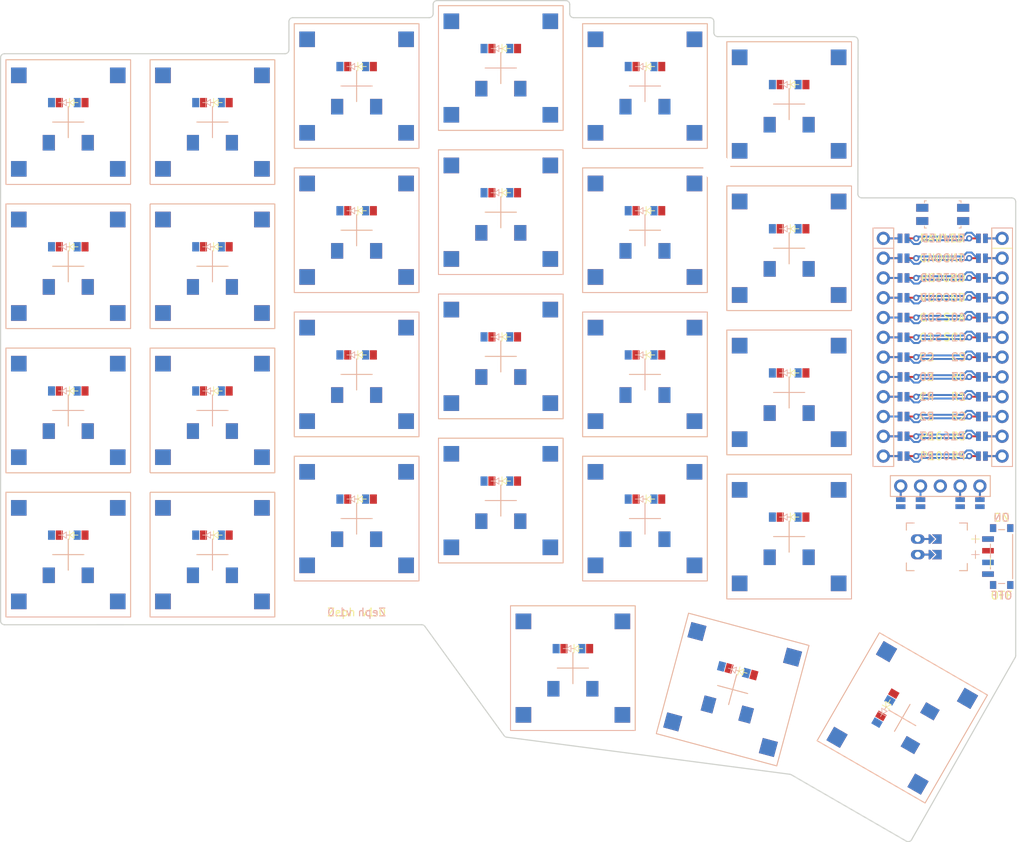
<source format=kicad_pcb>
(kicad_pcb (version 20240108) (generator "pcbnew") (generator_version "8.0")
  (title_block (title "zeph_wireless") (date "2025-03-02") (rev "0.2") (company "ceoloide"))
  (layers (0 "F.Cu" signal) (31 "B.Cu" signal) (34 "B.Paste" user) (35 "F.Paste" user) (36 "B.SilkS" user "B.Silkscreen") (37 "F.SilkS" user "F.Silkscreen") (38 "B.Mask" user) (39 "F.Mask" user) (44 "Edge.Cuts" user))
  (net 0 "")
  (net 1 "C0")
  (net 2 "outer_bottom_B")
  (net 3 "outer_home_B")
  (net 4 "outer_top_B")
  (net 5 "outer_numbers_B")
  (net 6 "C1")
  (net 7 "pinky_bottom_B")
  (net 8 "pinky_home_B")
  (net 9 "pinky_top_B")
  (net 10 "pinky_numbers_B")
  (net 11 "C2")
  (net 12 "ring_bottom_B")
  (net 13 "ring_home_B")
  (net 14 "ring_top_B")
  (net 15 "ring_numbers_B")
  (net 16 "C3")
  (net 17 "middle_bottom_B")
  (net 18 "middle_home_B")
  (net 19 "middle_top_B")
  (net 20 "middle_numbers_B")
  (net 21 "C4")
  (net 22 "index_bottom_B")
  (net 23 "index_home_B")
  (net 24 "index_top_B")
  (net 25 "index_numbers_B")
  (net 26 "C5")
  (net 27 "inner_bottom_B")
  (net 28 "inner_home_B")
  (net 29 "inner_top_B")
  (net 30 "inner_numbers_B")
  (net 31 "near_home_B")
  (net 32 "mid_home_B")
  (net 33 "far_home_B")
  (net 34 "R3")
  (net 35 "R2")
  (net 36 "R1")
  (net 37 "R0")
  (net 38 "R4")
  (net 39 "outer_bottom_F")
  (net 40 "outer_home_F")
  (net 41 "outer_top_F")
  (net 42 "outer_numbers_F")
  (net 43 "pinky_bottom_F")
  (net 44 "pinky_home_F")
  (net 45 "pinky_top_F")
  (net 46 "pinky_numbers_F")
  (net 47 "ring_bottom_F")
  (net 48 "ring_home_F")
  (net 49 "ring_top_F")
  (net 50 "ring_numbers_F")
  (net 51 "middle_bottom_F")
  (net 52 "middle_home_F")
  (net 53 "middle_top_F")
  (net 54 "middle_numbers_F")
  (net 55 "index_bottom_F")
  (net 56 "index_home_F")
  (net 57 "index_top_F")
  (net 58 "index_numbers_F")
  (net 59 "inner_bottom_F")
  (net 60 "inner_home_F")
  (net 61 "inner_top_F")
  (net 62 "inner_numbers_F")
  (net 63 "near_home_F")
  (net 64 "mid_home_F")
  (net 65 "far_home_F")
  (net 66 "RAW")
  (net 67 "GND")
  (net 68 "RST")
  (net 69 "VCC")
  (net 70 "P16")
  (net 71 "P10")
  (net 72 "LED")
  (net 73 "DAT")
  (net 74 "SDA")
  (net 75 "SCL")
  (net 76 "CS")
  (net 77 "MCU1_24")
  (net 78 "MCU1_1")
  (net 79 "MCU1_23")
  (net 80 "MCU1_2")
  (net 81 "MCU1_22")
  (net 82 "MCU1_3")
  (net 83 "MCU1_21")
  (net 84 "MCU1_4")
  (net 85 "MCU1_20")
  (net 86 "MCU1_5")
  (net 87 "MCU1_19")
  (net 88 "MCU1_6")
  (net 89 "MCU1_18")
  (net 90 "MCU1_7")
  (net 91 "MCU1_17")
  (net 92 "MCU1_8")
  (net 93 "MCU1_16")
  (net 94 "MCU1_9")
  (net 95 "MCU1_15")
  (net 96 "MCU1_10")
  (net 97 "MCU1_14")
  (net 98 "MCU1_11")
  (net 99 "MCU1_13")
  (net 100 "MCU1_12")
  (net 101 "DISP1_1")
  (net 102 "DISP1_2")
  (net 103 "DISP1_4")
  (net 104 "DISP1_5")
  (net 105 "BAT_P")
  (net 106 "JST1_1")
  (net 107 "JST1_2")
  (footprint "ceoloide:diode_tht_sod123" (layer "F.Cu") (at 193 95.1875)
    (property "Reference" "D48" (hide yes))
    (property "Value" "")
  )
  (footprint "CPG1316S01D02" (layer "F.Cu") (at 174 58.375)
    (property "Reference" "S46" (hide yes))
    (property "Value" "")
  )
  (footprint "ceoloide:diode_tht_sod123" (layer "F.Cu") (at 174.5 74.375)
    (property "Reference" "D45" (hide yes))
    (property "Value" "")
  )
  (footprint "CPG1316S01D02" (layer "F.Cu") (at 192.5 79.1875)
    (property "Reference" "S49" (hide yes))
    (property "Value" "")
  )
  (footprint "CPG1316S01D02" (layer "F.Cu") (at 137 95.375)
    (property "Reference" "S36" (hide yes))
    (property "Value" "")
  )
  (footprint "CPG1316S01D02" (layer "F.Cu") (at 174 39.875)
    (property "Reference" "S47" (hide yes))
    (property "Value" "")
  )
  (footprint "ceoloide:diode_tht_sod123" (layer "F.Cu") (at 174.5 92.875)
    (property "Reference" "D44" (hide yes))
    (property "Value" "")
  )
  (footprint "ceoloide:display_nice_view" (layer "F.Cu") (at 211.897 74.5)
    (property "Reference" "DISP1" (hide yes))
    (property "Value" "")
  )
  (footprint "ceoloide:diode_tht_sod123" (layer "F.Cu") (at 156 35.0625)
    (property "Reference" "D43" (hide yes))
    (property "Value" "")
  )
  (footprint "ceoloide:diode_tht_sod123" (layer "F.Cu") (at 100.5 42)
    (property "Reference" "D31" (hide yes))
    (property "Value" "")
  )
  (footprint "ceoloide:diode_tht_sod123" (layer "F.Cu") (at 193 58.1875)
    (property "Reference" "D50" (hide yes))
    (property "Value" "")
  )
  (footprint "ceoloide:diode_tht_sod123" (layer "F.Cu") (at 174.5 37.375)
    (property "Reference" "D47" (hide yes))
    (property "Value" "")
  )
  (footprint "ceoloide:mounting_hole_npth" (layer "F.Cu") (at 183.218 50.2985)
    (property "Reference" "MH5" (hide yes))
    (property "Value" "")
  )
  (footprint "ceoloide:mounting_hole_npth" (layer "F.Cu") (at 196.724595 115.006748 60)
    (property "Reference" "MH7" (hide yes))
    (property "Value" "")
  )
  (footprint "ceoloide:diode_tht_sod123" (layer "F.Cu") (at 137.5 55.875)
    (property "Reference" "D38" (hide yes))
    (property "Value" "")
  )
  (footprint "CPG1316S01D02" (layer "F.Cu") (at 137 76.875)
    (property "Reference" "S37" (hide yes))
    (property "Value" "")
  )
  (footprint "ceoloide:diode_tht_sod123" (layer "F.Cu") (at 137.5 92.875)
    (property "Reference" "D36" (hide yes))
    (property "Value" "")
  )
  (footprint "ceoloide:reset_switch_smd_side" (layer "F.Cu") (at 212.204 56.3475)
    (property "Reference" "RST1" (hide yes))
    (property "Value" "")
  )
  (footprint "ceoloide:diode_tht_sod123" (layer "F.Cu") (at 193 76.6875)
    (property "Reference" "D49" (hide yes))
    (property "Value" "")
  )
  (footprint "ceoloide:power_switch_smd_side" (layer "F.Cu") (at 219.75 100.25)
    (property "Reference" "PWR1" (hide yes))
    (property "Value" "")
  )
  (footprint "CPG1316S01D02" (layer "F.Cu") (at 174 95.375)
    (property "Reference" "S44" (hide yes))
    (property "Value" "")
  )
  (footprint "ceoloide:mcu_nice_nano" (layer "F.Cu") (at 212.204 72.12)
    (property "Reference" "MCU1" (hide yes))
    (property "Value" "")
  )
  (footprint "CPG1316S01D02" (layer "F.Cu") (at 164.75 114.5625)
    (property "Reference" "S52" (hide yes))
    (property "Value" "")
  )
  (footprint "ceoloide:diode_tht_sod123" (layer "F.Cu") (at 119 60.5)
    (property "Reference" "D34" (hide yes))
    (property "Value" "")
  )
  (footprint "ceoloide:diode_tht_sod123" (layer "F.Cu") (at 100.5 60.5)
    (property "Reference" "D30" (hide yes))
    (property "Value" "")
  )
  (footprint "ceoloide:diode_tht_sod123" (layer "F.Cu") (at 100.5 79)
    (property "Reference" "D29" (hide yes))
    (property "Value" "")
  )
  (footprint "ceoloide:battery_connector_jst_ph_2" (layer "F.Cu") (at 209 99 90)
    (property "Reference" "JST1" (hide yes))
    (property "Value" "")
  )
  (footprint "CPG1316S01D02" (layer "F.Cu") (at 100 81.5)
    (property "Reference" "S29" (hide yes))
    (property "Value" "")
  )
  (footprint "CPG1316S01D02" (layer "F.Cu") (at 192.5 42.1875)
    (property "Reference" "S51" (hide yes))
    (property "Value" "")
  )
  (footprint "ceoloide:diode_tht_sod123" (layer "F.Cu") (at 137.5 37.375)
    (property "Reference" "D39" (hide yes))
    (property "Value" "")
  )
  (footprint "ceoloide:diode_tht_sod123" (layer "F.Cu") (at 156 72.0625)
    (property "Reference" "D41" (hide yes))
    (property "Value" "")
  )
  (footprint "CPG1316S01D02" (layer "F.Cu") (at 174 76.875)
    (property "Reference" "S45" (hide yes))
    (property "Value" "")
  )
  (footprint "ceoloide:diode_tht_sod123" (layer "F.Cu") (at 100.5 97.5)
    (property "Reference" "D28" (hide yes))
    (property "Value" "")
  )
  (footprint "CPG1316S01D02" (layer "F.Cu") (at 155.5 37.5625)
    (property "Reference" "S43" (hide yes))
    (property "Value" "")
  )
  (footprint "ceoloide:diode_tht_sod123" (layer "F.Cu") (at 156 90.5625)
    (property "Reference" "D40" (hide yes))
    (property "Value" "")
  )
  (footprint "ceoloide:diode_tht_sod123" (layer "F.Cu") (at 119 97.5)
    (property "Reference" "D32" (hide yes))
    (property "Value" "")
  )
  (footprint "ceoloide:mounting_hole_npth" (layer "F.Cu") (at 109.25 90.75)
    (property "Reference" "MH4" (hide yes))
    (property "Value" "")
  )
  (footprint "CPG1316S01D02" (layer "F.Cu") (at 155.5 56.0625)
    (property "Reference" "S42" (hide yes))
    (property "Value" "")
  )
  (footprint "CPG1316S01D02" (layer "F.Cu") (at 207.013843 120.947248 60)
    (property "Reference" "S54" (hide yes))
    (property "Value" "")
  )
  (footprint "CPG1316S01D02" (layer "F.Cu") (at 185.25 117.3125 -15)
    (property "Reference" "S53" (hide yes))
    (property "Value" "")
  )
  (footprint "CPG1316S01D02" (layer "F.Cu") (at 100 44.5)
    (property "Reference" "S31" (hide yes))
    (property "Value" "")
  )
  (footprint "CPG1316S01D02" (layer "F.Cu") (at 100 63)
    (property "Reference" "S30" (hide yes))
    (property "Value" "")
  )
  (footprint "CPG1316S01D02" (layer "F.Cu") (at 192.5 60.6875)
    (property "Reference" "S50" (hide yes))
    (property "Value" "")
  )
  (footprint "CPG1316S01D02" (layer "F.Cu") (at 118.5 63)
    (property "Reference" "S34" (hide yes))
    (property "Value" "")
  )
  (footprint "ceoloide:mounting_hole_npth" (layer "F.Cu") (at 109.25 53.75)
    (property "Reference" "MH3" (hide yes))
    (property "Value" "")
  )
  (footprint "ceoloide:diode_tht_sod123" (layer "F.Cu") (at 205.098779 119.264235 60)
    (property "Reference" "D54" (hide yes))
    (property "Value" "")
  )
  (footprint "CPG1316S01D02" (layer "F.Cu") (at 155.5 74.5625)
    (property "Reference" "S41" (hide yes))
    (property "Value" "")
  )
  (footprint "CPG1316S01D02" (layer "F.Cu") (at 137 39.875)
    (property "Reference" "S39" (hide yes))
    (property "Value" "")
  )
  (footprint "ceoloide:diode_tht_sod123" (layer "F.Cu") (at 165.25 112.0625)
    (property "Reference" "D52" (hide yes))
    (property "Value" "")
  )
  (footprint "ceoloide:diode_tht_sod123" (layer "F.Cu") (at 156 53.5625)
    (property "Reference" "D42" (hide yes))
    (property "Value" "")
  )
  (footprint "ceoloide:mounting_hole_npth" (layer "F.Cu") (at 218.969 108.7575)
    (property "Reference" "MH2" (hide yes))
    (property "Value" "")
  )
  (footprint "CPG1316S01D02" (layer "F.Cu") (at 118.5 44.5)
    (property "Reference" "S35" (hide yes))
    (property "Value" "")
  )
  (footprint "ceoloide:diode_tht_sod123" (layer "F.Cu") (at 193 39.6875)
    (property "Reference" "D51" (hide yes))
    (property "Value" "")
  )
  (footprint "ceoloide:diode_tht_sod123" (layer "F.Cu") (at 119 79)
    (property "Reference" "D33" (hide yes))
    (property "Value" "")
  )
  (footprint "ceoloide:diode_tht_sod123" (layer "F.Cu") (at 186.380011 115.027095 -15)
    (property "Reference" "D53" (hide yes))
    (property "Value" "")
  )
  (footprint "CPG1316S01D02" (layer "F.Cu") (at 118.5 100)
    (property "Reference" "S32" (hide yes))
    (property "Value" "")
  )
  (footprint "CPG1316S01D02" (layer "F.Cu") (at 100 100)
    (property "Reference" "S28" (hide yes))
    (property "Value" "")
  )
  (footprint "CPG1316S01D02" (layer "F.Cu") (at 155.5 93.0625)
    (property "Reference" "S40" (hide yes))
    (property "Value" "")
  )
  (footprint "ceoloide:diode_tht_sod123" (layer "F.Cu") (at 119 42)
    (property "Reference" "D35" (hide yes))
    (property "Value" "")
  )
  (footprint "CPG1316S01D02" (layer "F.Cu") (at 137 58.375)
    (property "Reference" "S38" (hide yes))
    (property "Value" "")
  )
  (footprint "ceoloide:diode_tht_sod123" (layer "F.Cu") (at 174.5 55.875)
    (property "Reference" "D46" (hide yes))
    (property "Value" "")
  )
  (footprint "ceoloide:mounting_hole_npth" (layer "F.Cu") (at 151.157 107.615)
    (property "Reference" "MH6" (hide yes))
    (property "Value" "")
  )
  (footprint "ceoloide:mounting_hole_npth" (layer "F.Cu") (at 204.927 100.4635)
    (property "Reference" "MH1" (hide yes))
    (property "Value" "")
  )
  (footprint "ceoloide:diode_tht_sod123" (layer "F.Cu") (at 137.5 74.375)
    (property "Reference" "D37" (hide yes))
    (property "Value" "")
  )
  (footprint "CPG1316S01D02" (layer "F.Cu") (at 192.5 97.6875)
    (property "Reference" "S48" (hide yes))
    (property "Value" "")
  )
  (footprint "CPG1316S01D02" (layer "F.Cu") (at 118.5 81.5)
    (property "Reference" "S33" (hide yes))
    (property "Value" "")
  )
  (footprint "CPG1316S01D02" (layer "B.Cu") (at 155.5 56.0625)
    (property "Reference" "S15" (hide yes))
    (property "Value" "")
  )
  (footprint "CPG1316S01D02" (layer "B.Cu") (at 174 76.875)
    (property "Reference" "S18" (hide yes))
    (property "Value" "")
  )
  (footprint "CPG1316S01D02" (layer "B.Cu") (at 100 81.5)
    (property "Reference" "S2" (hide yes))
    (property "Value" "")
  )
  (footprint "CPG1316S01D02" (layer "B.Cu") (at 185.25 117.3125 -15)
    (property "Reference" "S26" (hide yes))
    (property "Value" "")
  )
  (footprint "ceoloide:diode_tht_sod123" (layer "B.Cu") (at 192 58.1875)
    (property "Reference" "D23" (hide yes))
    (property "Value" "")
  )
  (footprint "CPG1316S01D02" (layer "B.Cu") (at 155.5 93.0625)
    (property "Reference" "S13" (hide yes))
    (property "Value" "")
  )
  (footprint "CPG1316S01D02" (layer "B.Cu") (at 137 39.875)
    (property "Reference" "S12" (hide yes))
    (property "Value" "")
  )
  (footprint "CPG1316S01D02" (layer "B.Cu") (at 137 95.375)
    (property "Reference" "S9" (hide yes))
    (property "Value" "")
  )
  (footprint "ceoloide:diode_tht_sod123" (layer "B.Cu") (at 99.5 60.5)
    (property "Reference" "D3" (hide yes))
    (property "Value" "")
  )
  (footprint "ceoloide:diode_tht_sod123" (layer "B.Cu") (at 118 60.5)
    (property "Reference" "D7" (hide yes))
    (property "Value" "")
  )
  (footprint "CPG1316S01D02" (layer "B.Cu") (at 155.5 37.5625)
    (property "Reference" "S16" (hide yes))
    (property "Value" "")
  )
  (footprint "ceoloide:diode_tht_sod123" (layer "B.Cu") (at 155 53.5625)
    (property "Reference" "D15" (hide yes))
    (property "Value" "")
  )
  (footprint "CPG1316S01D02" (layer "B.Cu") (at 174 39.875)
    (property "Reference" "S20" (hide yes))
    (property "Value" "")
  )
  (footprint "CPG1316S01D02" (layer "B.Cu") (at 118.5 100)
    (property "Reference" "S5" (hide yes))
    (property "Value" "")
  )
  (footprint "ceoloide:diode_tht_sod123" (layer "B.Cu") (at 192 39.6875)
    (property "Reference" "D24" (hide yes))
    (property "Value" "")
  )
  (footprint "ceoloide:diode_tht_sod123" (layer "B.Cu") (at 173.5 74.375)
    (property "Reference" "D18" (hide yes))
    (property "Value" "")
  )
  (footprint "ceoloide:diode_tht_sod123" (layer "B.Cu") (at 204.598779 120.130261 60)
    (property "Reference" "D27" (hide yes))
    (property "Value" "")
  )
  (footprint "CPG1316S01D02" (layer "B.Cu") (at 100 44.5)
    (property "Reference" "S4" (hide yes))
    (property "Value" "")
  )
  (footprint "ceoloide:diode_tht_sod123" (layer "B.Cu") (at 155 72.0625)
    (property "Reference" "D14" (hide yes))
    (property "Value" "")
  )
  (footprint "ceoloide:diode_tht_sod123" (layer "B.Cu") (at 155 35.0625)
    (property "Reference" "D16" (hide yes))
    (property "Value" "")
  )
  (footprint "CPG1316S01D02" (layer "B.Cu") (at 118.5 44.5)
    (property "Reference" "S8" (hide yes))
    (property "Value" "")
  )
  (footprint "ceoloide:diode_tht_sod123" (layer "B.Cu") (at 99.5 79)
    (property "Reference" "D2" (hide yes))
    (property "Value" "")
  )
  (footprint "CPG1316S01D02" (layer "B.Cu") (at 192.5 79.1875)
    (property "Reference" "S22" (hide yes))
    (property "Value" "")
  )
  (footprint "CPG1316S01D02" (layer "B.Cu") (at 174 58.375)
    (property "Reference" "S19" (hide yes))
    (property "Value" "")
  )
  (footprint "CPG1316S01D02" (layer "B.Cu") (at 155.5 74.5625)
    (property "Reference" "S14" (hide yes))
    (property "Value" "")
  )
  (footprint "CPG1316S01D02" (layer "B.Cu") (at 192.5 42.1875)
    (property "Reference" "S24" (hide yes))
    (property "Value" "")
  )
  (footprint "CPG1316S01D02" (layer "B.Cu") (at 164.75 114.5625)
    (property "Reference" "S25" (hide yes))
    (property "Value" "")
  )
  (footprint "ceoloide:diode_tht_sod123" (layer "B.Cu") (at 99.5 42)
    (property "Reference" "D4" (hide yes))
    (property "Value" "")
  )
  (footprint "ceoloide:diode_tht_sod123" (layer "B.Cu") (at 173.5 37.375)
    (property "Reference" "D20" (hide yes))
    (property "Value" "")
  )
  (footprint "CPG1316S01D02" (layer "B.Cu") (at 137 76.875)
    (property "Reference" "S10" (hide yes))
    (property "Value" "")
  )
  (footprint "ceoloide:diode_tht_sod123" (layer "B.Cu") (at 99.5 97.5)
    (property "Reference" "D1" (hide yes))
    (property "Value" "")
  )
  (footprint "CPG1316S01D02" (layer "B.Cu") (at 192.5 97.6875)
    (property "Reference" "S21" (hide yes))
    (property "Value" "")
  )
  (footprint "CPG1316S01D02" (layer "B.Cu") (at 174 95.375)
    (property "Reference" "S17" (hide yes))
    (property "Value" "")
  )
  (footprint "CPG1316S01D02" (layer "B.Cu") (at 100 100)
    (property "Reference" "S1" (hide yes))
    (property "Value" "")
  )
  (footprint "ceoloide:diode_tht_sod123" (layer "B.Cu") (at 185.414085 114.768276 -15)
    (property "Reference" "D26" (hide yes))
    (property "Value" "")
  )
  (footprint "ceoloide:diode_tht_sod123" (layer "B.Cu") (at 136.5 37.375)
    (property "Reference" "D12" (hide yes))
    (property "Value" "")
  )
  (footprint "ceoloide:diode_tht_sod123" (layer "B.Cu") (at 136.5 55.875)
    (property "Reference" "D11" (hide yes))
    (property "Value" "")
  )
  (footprint "ceoloide:diode_tht_sod123" (layer "B.Cu") (at 136.5 74.375)
    (property "Reference" "D10" (hide yes))
    (property "Value" "")
  )
  (footprint "ceoloide:diode_tht_sod123" (layer "B.Cu") (at 155 90.5625)
    (property "Reference" "D13" (hide yes))
    (property "Value" "")
  )
  (footprint "ceoloide:diode_tht_sod123" (layer "B.Cu") (at 118 97.5)
    (property "Reference" "D5" (hide yes))
    (property "Value" "")
  )
  (footprint "ceoloide:diode_tht_sod123" (layer "B.Cu") (at 164.25 112.0625)
    (property "Reference" "D25" (hide yes))
    (property "Value" "")
  )
  (footprint "ceoloide:diode_tht_sod123" (layer "B.Cu") (at 173.5 55.875)
    (property "Reference" "D19" (hide yes))
    (property "Value" "")
  )
  (footprint "ceoloide:diode_tht_sod123" (layer "B.Cu") (at 192 76.6875)
    (property "Reference" "D22" (hide yes))
    (property "Value" "")
  )
  (footprint "ceoloide:diode_tht_sod123" (layer "B.Cu") (at 192 95.1875)
    (property "Reference" "D21" (hide yes))
    (property "Value" "")
  )
  (footprint "CPG1316S01D02" (layer "B.Cu") (at 137 58.375)
    (property "Reference" "S11" (hide yes))
    (property "Value" "")
  )
  (footprint "ceoloide:diode_tht_sod123" (layer "B.Cu") (at 136.5 92.875)
    (property "Reference" "D9" (hide yes))
    (property "Value" "")
  )
  (footprint "CPG1316S01D02" (layer "B.Cu") (at 207.013843 120.947248 60)
    (property "Reference" "S27" (hide yes))
    (property "Value" "")
  )
  (footprint "ceoloide:diode_tht_sod123" (layer "B.Cu") (at 118 42)
    (property "Reference" "D8" (hide yes))
    (property "Value" "")
  )
  (footprint "ceoloide:diode_tht_sod123" (layer "B.Cu") (at 173.5 92.875)
    (property "Reference" "D17" (hide yes))
    (property "Value" "")
  )
  (footprint "CPG1316S01D02" (layer "B.Cu") (at 100 63)
    (property "Reference" "S3" (hide yes))
    (property "Value" "")
  )
  (footprint "CPG1316S01D02" (layer "B.Cu") (at 192.5 60.6875)
    (property "Reference" "S23" (hide yes))
    (property "Value" "")
  )
  (footprint "CPG1316S01D02" (layer "B.Cu") (at 118.5 63)
    (property "Reference" "S7" (hide yes))
    (property "Value" "")
  )
  (footprint "CPG1316S01D02" (layer "B.Cu") (at 118.5 81.5)
    (property "Reference" "S6" (hide yes))
    (property "Value" "")
  )
  (footprint "ceoloide:diode_tht_sod123" (layer "B.Cu") (at 118 79)
    (property "Reference" "D6" (hide yes))
    (property "Value" "")
  )
  (gr_arc (start 156.258589 123.427964) (mid 156.067728 123.361823) (end 155.918609 123.225565) (stroke (width 0.15)) (layer "Edge.Cuts"))
  (gr_line (start 147.315 28.9095) (end 163.843 28.9095) (stroke (width 0.15)) (layer "Edge.Cuts"))
  (gr_line (start 146.815 30.6025) (end 146.815 29.4095) (stroke (width 0.15)) (layer "Edge.Cuts"))
  (gr_arc (start 146.815 30.6025) (mid 146.668553 30.956053) (end 146.315 31.1025) (stroke (width 0.15)) (layer "Edge.Cuts"))
  (gr_arc (start 182.343 31.1025) (mid 182.696553 31.248947) (end 182.843 31.6025) (stroke (width 0.15)) (layer "Edge.Cuts"))
  (gr_arc (start 192.592389 128.184877) (mid 192.688034 128.207118) (end 192.777482 128.247634) (stroke (width 0.15)) (layer "Edge.Cuts"))
  (gr_arc (start 164.843 31.1025) (mid 164.489447 30.956053) (end 164.343 30.6025) (stroke (width 0.15)) (layer "Edge.Cuts"))
  (gr_line (start 207.528025 136.763864) (end 192.777482 128.247634) (stroke (width 0.15)) (layer "Edge.Cuts"))
  (gr_line (start 201.818604 54.2275) (end 221.068 54.2275) (stroke (width 0.15)) (layer "Edge.Cuts"))
  (gr_arc (start 163.843 28.9095) (mid 164.196553 29.055947) (end 164.343 29.4095) (stroke (width 0.15)) (layer "Edge.Cuts"))
  (gr_arc (start 183.342959 33.533041) (mid 182.989418 33.386582) (end 182.843 33.033041) (stroke (width 0.15)) (layer "Edge.Cuts"))
  (gr_arc (start 201.818604 54.2275) (mid 201.464835 54.080841) (end 201.318605 53.726896) (stroke (width 0.15)) (layer "Edge.Cuts"))
  (gr_arc (start 128.315 31.6025) (mid 128.461447 31.248947) (end 128.815 31.1025) (stroke (width 0.15)) (layer "Edge.Cuts"))
  (gr_arc (start 200.842436 33.534459) (mid 201.196194 33.68113) (end 201.342395 34.035064) (stroke (width 0.15)) (layer "Edge.Cuts"))
  (gr_arc (start 146.815 29.4095) (mid 146.961447 29.055947) (end 147.315 28.9095) (stroke (width 0.15)) (layer "Edge.Cuts"))
  (gr_line (start 128.815 31.1025) (end 146.315 31.1025) (stroke (width 0.15)) (layer "Edge.Cuts"))
  (gr_arc (start 145.352317 108.995012) (mid 145.579599 109.049665) (end 145.757227 109.201641) (stroke (width 0.15)) (layer "Edge.Cuts"))
  (gr_arc (start 221.068 54.2275) (mid 221.421553 54.373947) (end 221.568 54.7275) (stroke (width 0.15)) (layer "Edge.Cuts"))
  (gr_line (start 201.342395 34.035063) (end 201.318605 53.726896) (stroke (width 0.15)) (layer "Edge.Cuts"))
  (gr_line (start 221.253 113.634096) (end 208.212721 136.577913) (stroke (width 0.15)) (layer "Edge.Cuts"))
  (gr_arc (start 91.817009 108.997477) (mid 91.463463 108.851037) (end 91.316986 108.497491) (stroke (width 0.15)) (layer "Edge.Cuts"))
  (gr_line (start 183.342959 33.533041) (end 200.842436 33.534459) (stroke (width 0.15)) (layer "Edge.Cuts"))
  (gr_arc (start 221.568 112.954525) (mid 221.550957 113.083932) (end 221.501013 113.204525) (stroke (width 0.15)) (layer "Edge.Cuts"))
  (gr_line (start 192.592389 128.184877) (end 156.258589 123.427964) (stroke (width 0.15)) (layer "Edge.Cuts"))
  (gr_line (start 164.843 31.1025) (end 182.343 31.1025) (stroke (width 0.15)) (layer "Edge.Cuts"))
  (gr_arc (start 91.315014 36.2275) (mid 91.461457 35.873957) (end 91.815 35.727486) (stroke (width 0.15)) (layer "Edge.Cuts"))
  (gr_line (start 155.918609 123.225565) (end 145.757227 109.201641) (stroke (width 0.15)) (layer "Edge.Cuts"))
  (gr_arc (start 128.315 35.226514) (mid 128.168553 35.580054) (end 127.815013 35.726514) (stroke (width 0.15)) (layer "Edge.Cuts"))
  (gr_line (start 182.843 31.6025) (end 182.843 33.033041) (stroke (width 0.15)) (layer "Edge.Cuts"))
  (gr_line (start 164.343 29.4095) (end 164.343 30.6025) (stroke (width 0.15)) (layer "Edge.Cuts"))
  (gr_line (start 128.315 35.226514) (end 128.315 31.6025) (stroke (width 0.15)) (layer "Edge.Cuts"))
  (gr_line (start 145.352317 108.995012) (end 91.817009 108.997477) (stroke (width 0.15)) (layer "Edge.Cuts"))
  (gr_arc (start 208.212721 136.577914) (mid 207.909064 136.813366) (end 207.528025 136.763864) (stroke (width 0.15)) (layer "Edge.Cuts"))
  (gr_line (start 91.316986 108.497491) (end 91.315014 36.2275) (stroke (width 0.15)) (layer "Edge.Cuts"))
  (gr_line (start 221.568 54.7275) (end 221.568 112.954525) (stroke (width 0.15)) (layer "Edge.Cuts"))
  (gr_line (start 91.815 35.727486) (end 127.815014 35.726514) (stroke (width 0.15)) (layer "Edge.Cuts"))
  (gr_line (start 221.501013 113.204525) (end 221.253 113.634096) (stroke (width 0.15)) (layer "Edge.Cuts"))
  (gr_text "Zeph v1.0" (at 137 107.4 0) (layer "B.SilkS") (effects (font (size 1 1)) (justify mirror)))
  (gr_text "Zeph v1.0" (at 137 107.4 0) (layer "F.SilkS") (effects (font (size 1 1))))
  (segment (start 207.624 69.58) (end 208.804 69.58) (width 0.25) (layer "F.Cu") (net 1))
  (segment (start 215.904305 68.855) (end 215.303695 68.855) (width 0.25) (layer "B.Cu") (net 1))
  (segment (start 216.629305 69.58) (end 215.904305 68.855) (width 0.25) (layer "B.Cu") (net 1))
  (segment (start 214.798695 69.36) (end 209.024 69.36) (width 0.25) (layer "B.Cu") (net 1))
  (segment (start 216.979 69.58) (end 216.629305 69.58) (width 0.25) (layer "B.Cu") (net 1))
  (segment (start 215.303695 68.855) (end 214.798695 69.36) (width 0.25) (layer "B.Cu") (net 1))
  (segment (start 207.624 72.12) (end 208.804 72.12) (width 0.25) (layer "F.Cu") (net 6))
  (segment (start 214.798695 71.9) (end 209.024 71.9) (width 0.25) (layer "B.Cu") (net 6))
  (segment (start 215.904305 71.395) (end 215.303695 71.395) (width 0.25) (layer "B.Cu") (net 6))
  (segment (start 216.629305 72.12) (end 215.904305 71.395) (width 0.25) (layer "B.Cu") (net 6))
  (segment (start 216.979 72.12) (end 216.629305 72.12) (width 0.25) (layer "B.Cu") (net 6))
  (segment (start 215.303695 71.395) (end 214.798695 71.9) (width 0.25) (layer "B.Cu") (net 6))
  (segment (start 207.624 74.66) (end 208.804 74.66) (width 0.25) (layer "F.Cu") (net 11))
  (segment (start 216.629305 74.66) (end 215.904305 73.935) (width 0.25) (layer "B.Cu") (net 11))
  (segment (start 215.904305 73.935) (end 215.303695 73.935) (width 0.25) (layer "B.Cu") (net 11))
  (segment (start 215.303695 73.935) (end 214.798695 74.44) (width 0.25) (layer "B.Cu") (net 11))
  (segment (start 214.798695 74.44) (end 209.024 74.44) (width 0.25) (layer "B.Cu") (net 11))
  (segment (start 216.979 74.66) (end 216.629305 74.66) (width 0.25) (layer "B.Cu") (net 11))
  (segment (start 207.624 77.2) (end 208.804 77.2) (width 0.25) (layer "F.Cu") (net 16))
  (segment (start 214.798695 76.98) (end 209.024 76.98) (width 0.25) (layer "B.Cu") (net 16))
  (segment (start 216.629305 77.2) (end 215.904305 76.475) (width 0.25) (layer "B.Cu") (net 16))
  (segment (start 216.979 77.2) (end 216.629305 77.2) (width 0.25) (layer "B.Cu") (net 16))
  (segment (start 215.303695 76.475) (end 214.798695 76.98) (width 0.25) (layer "B.Cu") (net 16))
  (segment (start 215.904305 76.475) (end 215.303695 76.475) (width 0.25) (layer "B.Cu") (net 16))
  (segment (start 207.624 79.74) (end 208.804 79.74) (width 0.25) (layer "F.Cu") (net 21))
  (segment (start 215.303695 79.015) (end 214.798695 79.52) (width 0.25) (layer "B.Cu") (net 21))
  (segment (start 216.629305 79.74) (end 215.904305 79.015) (width 0.25) (layer "B.Cu") (net 21))
  (segment (start 214.798695 79.52) (end 209.024 79.52) (width 0.25) (layer "B.Cu") (net 21))
  (segment (start 216.979 79.74) (end 216.629305 79.74) (width 0.25) (layer "B.Cu") (net 21))
  (segment (start 215.904305 79.015) (end 215.303695 79.015) (width 0.25) (layer "B.Cu") (net 21))
  (segment (start 207.624 82.28) (end 208.804 82.28) (width 0.25) (layer "F.Cu") (net 26))
  (segment (start 216.979 82.28) (end 216.629305 82.28) (width 0.25) (layer "B.Cu") (net 26))
  (segment (start 215.303695 81.555) (end 214.798695 82.06) (width 0.25) (layer "B.Cu") (net 26))
  (segment (start 215.904305 81.555) (end 215.303695 81.555) (width 0.25) (layer "B.Cu") (net 26))
  (segment (start 214.798695 82.06) (end 209.024 82.06) (width 0.25) (layer "B.Cu") (net 26))
  (segment (start 216.629305 82.28) (end 215.904305 81.555) (width 0.25) (layer "B.Cu") (net 26))
  (segment (start 216.784 84.82) (end 215.604 84.82) (width 0.25) (layer "F.Cu") (net 34))
  (segment (start 207.429 84.82) (end 207.778695 84.82) (width 0.25) (layer "B.Cu") (net 34))
  (segment (start 208.503695 85.545) (end 209.104305 85.545) (width 0.25) (layer "B.Cu") (net 34))
  (segment (start 209.104305 85.545) (end 209.599305 85.05) (width 0.25) (layer "B.Cu") (net 34))
  (segment (start 209.599305 85.05) (end 215.374 85.05) (width 0.25) (layer "B.Cu") (net 34))
  (segment (start 207.778695 84.82) (end 208.503695 85.545) (width 0.25) (layer "B.Cu") (net 34))
  (segment (start 216.784 82.28) (end 215.604 82.28) (width 0.25) (layer "F.Cu") (net 35))
  (segment (start 208.503695 83.005) (end 209.104305 83.005) (width 0.25) (layer "B.Cu") (net 35))
  (segment (start 209.104305 83.005) (end 209.599305 82.51) (width 0.25) (layer "B.Cu") (net 35))
  (segment (start 207.429 82.28) (end 207.778695 82.28) (width 0.25) (layer "B.Cu") (net 35))
  (segment (start 207.778695 82.28) (end 208.503695 83.005) (width 0.25) (layer "B.Cu") (net 35))
  (segment (start 209.599305 82.51) (end 215.374 82.51) (width 0.25) (layer "B.Cu") (net 35))
  (segment (start 216.784 79.74) (end 215.604 79.74) (width 0.25) (layer "F.Cu") (net 36))
  (segment (start 208.503695 80.465) (end 209.104305 80.465) (width 0.25) (layer "B.Cu") (net 36))
  (segment (start 207.778695 79.74) (end 208.503695 80.465) (width 0.25) (layer "B.Cu") (net 36))
  (segment (start 209.599305 79.97) (end 215.374 79.97) (width 0.25) (layer "B.Cu") (net 36))
  (segment (start 207.429 79.74) (end 207.778695 79.74) (width 0.25) (layer "B.Cu") (net 36))
  (segment (start 209.104305 80.465) (end 209.599305 79.97) (width 0.25) (layer "B.Cu") (net 36))
  (segment (start 216.784 77.2) (end 215.604 77.2) (width 0.25) (layer "F.Cu") (net 37))
  (segment (start 209.104305 77.925) (end 209.599305 77.43) (width 0.25) (layer "B.Cu") (net 37))
  (segment (start 207.778695 77.2) (end 208.503695 77.925) (width 0.25) (layer "B.Cu") (net 37))
  (segment (start 209.599305 77.43) (end 215.374 77.43) (width 0.25) (layer "B.Cu") (net 37))
  (segment (start 207.429 77.2) (end 207.778695 77.2) (width 0.25) (layer "B.Cu") (net 37))
  (segment (start 208.503695 77.925) (end 209.104305 77.925) (width 0.25) (layer "B.Cu") (net 37))
  (segment (start 216.784 87.36) (end 215.604 87.36) (width 0.25) (layer "F.Cu") (net 38))
  (segment (start 209.599305 87.59) (end 215.374 87.59) (width 0.25) (layer "B.Cu") (net 38))
  (segment (start 208.503695 88.085) (end 209.104305 88.085) (width 0.25) (layer "B.Cu") (net 38))
  (segment (start 207.778695 87.36) (end 208.503695 88.085) (width 0.25) (layer "B.Cu") (net 38))
  (segment (start 207.429 87.36) (end 207.778695 87.36) (width 0.25) (layer "B.Cu") (net 38))
  (segment (start 209.104305 88.085) (end 209.599305 87.59) (width 0.25) (layer "B.Cu") (net 38))
  (segment (start 207.624 59.42) (end 208.804 59.42) (width 0.25) (layer "F.Cu") (net 66))
  (segment (start 216.979 59.42) (end 216.629305 59.42) (width 0.25) (layer "B.Cu") (net 66))
  (segment (start 216.629305 59.42) (end 215.904305 58.695) (width 0.25) (layer "B.Cu") (net 66))
  (segment (start 215.303695 58.695) (end 214.798695 59.2) (width 0.25) (layer "B.Cu") (net 66))
  (segment (start 214.798695 59.2) (end 209.024 59.2) (width 0.25) (layer "B.Cu") (net 66))
  (segment (start 215.904305 58.695) (end 215.303695 58.695) (width 0.25) (layer "B.Cu") (net 66))
  (segment (start 216.784 67.04) (end 215.604 67.04) (width 0.25) (layer "F.Cu") (net 67))
  (segment (start 216.784 64.5) (end 215.604 64.5) (width 0.25) (layer "F.Cu") (net 67))
  (segment (start 207.624 61.96) (end 208.804 61.96) (width 0.25) (layer "F.Cu") (net 67))
  (segment (start 209.104305 65.225) (end 209.599305 64.73) (width 0.25) (layer "B.Cu") (net 67))
  (segment (start 207.429 67.04) (end 207.778695 67.04) (width 0.25) (layer "B.Cu") (net 67))
  (segment (start 207.778695 67.04) (end 208.503695 67.765) (width 0.25) (layer "B.Cu") (net 67))
  (segment (start 208.503695 67.765) (end 209.104305 67.765) (width 0.25) (layer "B.Cu") (net 67))
  (segment (start 207.778695 64.5) (end 208.503695 65.225) (width 0.25) (layer "B.Cu") (net 67))
  (segment (start 208.503695 65.225) (end 209.104305 65.225) (width 0.25) (layer "B.Cu") (net 67))
  (segment (start 215.303695 61.235) (end 214.798695 61.74) (width 0.25) (layer "B.Cu") (net 67))
  (segment (start 209.104305 67.765) (end 209.599305 67.27) (width 0.25) (layer "B.Cu") (net 67))
  (segment (start 209.599305 64.73) (end 215.374 64.73) (width 0.25) (layer "B.Cu") (net 67))
  (segment (start 207.429 64.5) (end 207.778695 64.5) (width 0.25) (layer "B.Cu") (net 67))
  (segment (start 216.979 61.96) (end 216.629305 61.96) (width 0.25) (layer "B.Cu") (net 67))
  (segment (start 209.599305 67.27) (end 215.374 67.27) (width 0.25) (layer "B.Cu") (net 67))
  (segment (start 215.904305 61.235) (end 215.303695 61.235) (width 0.25) (layer "B.Cu") (net 67))
  (segment (start 214.798695 61.74) (end 209.024 61.74) (width 0.25) (layer "B.Cu") (net 67))
  (segment (start 216.629305 61.96) (end 215.904305 61.235) (width 0.25) (layer "B.Cu") (net 67))
  (segment (start 207.624 64.5) (end 208.804 64.5) (width 0.25) (layer "F.Cu") (net 68))
  (segment (start 215.904305 63.775) (end 215.303695 63.775) (width 0.25) (layer "B.Cu") (net 68))
  (segment (start 216.629305 64.5) (end 215.904305 63.775) (width 0.25) (layer "B.Cu") (net 68))
  (segment (start 214.798695 64.28) (end 209.024 64.28) (width 0.25) (layer "B.Cu") (net 68))
  (segment (start 215.303695 63.775) (end 214.798695 64.28) (width 0.25) (layer "B.Cu") (net 68))
  (segment (start 216.979 64.5) (end 216.629305 64.5) (width 0.25) (layer "B.Cu") (net 68))
  (segment (start 207.624 67.04) (end 208.804 67.04) (width 0.25) (layer "F.Cu") (net 69))
  (segment (start 214.798695 66.82) (end 209.024 66.82) (width 0.25) (layer "B.Cu") (net 69))
  (segment (start 215.904305 66.315) (end 215.303695 66.315) (width 0.25) (layer "B.Cu") (net 69))
  (segment (start 216.629305 67.04) (end 215.904305 66.315) (width 0.25) (layer "B.Cu") (net 69))
  (segment (start 216.979 67.04) (end 216.629305 67.04) (width 0.25) (layer "B.Cu") (net 69))
  (segment (start 215.303695 66.315) (end 214.798695 66.82) (width 0.25) (layer "B.Cu") (net 69))
  (segment (start 207.624 84.82) (end 208.804 84.82) (width 0.25) (layer "F.Cu") (net 70))
  (segment (start 216.979 84.82) (end 216.629305 84.82) (width 0.25) (layer "B.Cu") (net 70))
  (segment (start 216.629305 84.82) (end 215.904305 84.095) (width 0.25) (layer "B.Cu") (net 70))
  (segment (start 214.798695 84.6) (end 209.024 84.6) (width 0.25) (layer "B.Cu") (net 70))
  (segment (start 215.303695 84.095) (end 214.798695 84.6) (width 0.25) (layer "B.Cu") (net 70))
  (segment (start 215.904305 84.095) (end 215.303695 84.095) (width 0.25) (layer "B.Cu") (net 70))
  (segment (start 207.624 87.36) (end 208.804 87.36) (width 0.25) (layer "F.Cu") (net 71))
  (segment (start 215.904305 86.635) (end 215.303695 86.635) (width 0.25) (layer "B.Cu") (net 71))
  (segment (start 215.303695 86.635) (end 214.798695 87.14) (width 0.25) (layer "B.Cu") (net 71))
  (segment (start 214.798695 87.14) (end 209.024 87.14) (width 0.25) (layer "B.Cu") (net 71))
  (segment (start 216.629305 87.36) (end 215.904305 86.635) (width 0.25) (layer "B.Cu") (net 71))
  (segment (start 216.979 87.36) (end 216.629305 87.36) (width 0.25) (layer "B.Cu") (net 71))
  (segment (start 216.784 59.42) (end 215.604 59.42) (width 0.25) (layer "F.Cu") (net 72))
  (segment (start 207.429 59.42) (end 207.778695 59.42) (width 0.25) (layer "B.Cu") (net 72))
  (segment (start 207.778695 59.42) (end 208.503695 60.145) (width 0.25) (layer "B.Cu") (net 72))
  (segment (start 209.599305 59.65) (end 215.374 59.65) (width 0.25) (layer "B.Cu") (net 72))
  (segment (start 208.503695 60.145) (end 209.104305 60.145) (width 0.25) (layer "B.Cu") (net 72))
  (segment (start 209.104305 60.145) (end 209.599305 59.65) (width 0.25) (layer "B.Cu") (net 72))
  (segment (start 216.784 61.96) (end 215.604 61.96) (width 0.25) (layer "F.Cu") (net 73))
  (segment (start 207.429 61.96) (end 207.778695 61.96) (width 0.25) (layer "B.Cu") (net 73))
  (segment (start 209.599305 62.19) (end 215.374 62.19) (width 0.25) (layer "B.Cu") (net 73))
  (segment (start 209.104305 62.685) (end 209.599305 62.19) (width 0.25) (layer "B.Cu") (net 73))
  (segment (start 208.503695 62.685) (end 209.104305 62.685) (width 0.25) (layer "B.Cu") (net 73))
  (segment (start 207.778695 61.96) (end 208.503695 62.685) (width 0.25) (layer "B.Cu") (net 73))
  (segment (start 216.784 69.58) (end 215.604 69.58) (width 0.25) (layer "F.Cu") (net 74))
  (segment (start 207.778695 69.58) (end 208.503695 70.305) (width 0.25) (layer "B.Cu") (net 74))
  (segment (start 207.429 69.58) (end 207.778695 69.58) (width 0.25) (layer "B.Cu") (net 74))
  (segment (start 208.503695 70.305) (end 209.104305 70.305) (width 0.25) (layer "B.Cu") (net 74))
  (segment (start 209.599305 69.81) (end 215.374 69.81) (width 0.25) (layer "B.Cu") (net 74))
  (segment (start 209.104305 70.305) (end 209.599305 69.81) (width 0.25) (layer "B.Cu") (net 74))
  (segment (start 216.784 72.12) (end 215.604 72.12) (width 0.25) (layer "F.Cu") (net 75))
  (segment (start 209.104305 72.845) (end 209.599305 72.35) (width 0.25) (layer "B.Cu") (net 75))
  (segment (start 209.599305 72.35) (end 215.374 72.35) (width 0.25) (layer "B.Cu") (net 75))
  (segment (start 207.429 72.12) (end 207.778695 72.12) (width 0.25) (layer "B.Cu") (net 75))
  (segment (start 208.503695 72.845) (end 209.104305 72.845) (width 0.25) (layer "B.Cu") (net 75))
  (segment (start 207.778695 72.12) (end 208.503695 72.845) (width 0.25) (layer "B.Cu") (net 75))
  (segment (start 216.784 74.66) (end 215.604 74.66) (width 0.25) (layer "F.Cu") (net 76))
  (segment (start 208.503695 75.385) (end 209.104305 75.385) (width 0.25) (layer "B.Cu") (net 76))
  (segment (start 209.104305 75.385) (end 209.599305 74.89) (width 0.25) (layer "B.Cu") (net 76))
  (segment (start 207.778695 74.66) (end 208.503695 75.385) (width 0.25) (layer "B.Cu") (net 76))
  (segment (start 207.429 74.66) (end 207.778695 74.66) (width 0.25) (layer "B.Cu") (net 76))
  (segment (start 209.599305 74.89) (end 215.374 74.89) (width 0.25) (layer "B.Cu") (net 76))
  (segment (start 204.584 59.42) (end 206.704 59.42) (width 0.25) (layer "F.Cu") (net 77))
  (segment (start 204.584 59.42) (end 206.704 59.42) (width 0.25) (layer "B.Cu") (net 77))
  (segment (start 217.704 59.42) (end 219.824 59.42) (width 0.25) (layer "F.Cu") (net 78))
  (segment (start 219.824 59.42) (end 217.704 59.42) (width 0.25) (layer "B.Cu") (net 78))
  (segment (start 204.584 61.96) (end 206.704 61.96) (width 0.25) (layer "F.Cu") (net 79))
  (segment (start 204.584 61.96) (end 206.704 61.96) (width 0.25) (layer "B.Cu") (net 79))
  (segment (start 217.704 61.96) (end 219.824 61.96) (width 0.25) (layer "F.Cu") (net 80))
  (segment (start 219.824 61.96) (end 217.704 61.96) (width 0.25) (layer "B.Cu") (net 80))
  (segment (start 204.584 64.5) (end 206.704 64.5) (width 0.25) (layer "F.Cu") (net 81))
  (segment (start 204.584 64.5) (end 206.704 64.5) (width 0.25) (layer "B.Cu") (net 81))
  (segment (start 217.704 64.5) (end 219.824 64.5) (width 0.25) (layer "F.Cu") (net 82))
  (segment (start 219.824 64.5) (end 217.704 64.5) (width 0.25) (layer "B.Cu") (net 82))
  (segment (start 204.584 67.04) (end 206.704 67.04) (width 0.25) (layer "F.Cu") (net 83))
  (segment (start 204.584 67.04) (end 206.704 67.04) (width 0.25) (layer "B.Cu") (net 83))
  (segment (start 217.704 67.04) (end 219.824 67.04) (width 0.25) (layer "F.Cu") (net 84))
  (segment (start 219.824 67.04) (end 217.704 67.04) (width 0.25) (layer "B.Cu") (net 84))
  (segment (start 204.584 69.58) (end 206.704 69.58) (width 0.25) (layer "F.Cu") (net 85))
  (segment (start 204.584 69.58) (end 206.704 69.58) (width 0.25) (layer "B.Cu") (net 85))
  (segment (start 217.704 69.58) (end 219.824 69.58) (width 0.25) (layer "F.Cu") (net 86))
  (segment (start 219.824 69.58) (end 217.704 69.58) (width 0.25) (layer "B.Cu") (net 86))
  (segment (start 204.584 72.12) (end 206.704 72.12) (width 0.25) (layer "F.Cu") (net 87))
  (segment (start 204.584 72.12) (end 206.704 72.12) (width 0.25) (layer "B.Cu") (net 87))
  (segment (start 217.704 72.12) (end 219.824 72.12) (width 0.25) (layer "F.Cu") (net 88))
  (segment (start 219.824 72.12) (end 217.704 72.12) (width 0.25) (layer "B.Cu") (net 88))
  (segment (start 204.584 74.66) (end 206.704 74.66) (width 0.25) (layer "F.Cu") (net 89))
  (segment (start 204.584 74.66) (end 206.704 74.66) (width 0.25) (layer "B.Cu") (net 89))
  (segment (start 217.704 74.66) (end 219.824 74.66) (width 0.25) (layer "F.Cu") (net 90))
  (segment (start 219.824 74.66) (end 217.704 74.66) (width 0.25) (layer "B.Cu") (net 90))
  (segment (start 204.584 77.2) (end 206.704 77.2) (width 0.25) (layer "F.Cu") (net 91))
  (segment (start 204.584 77.2) (end 206.704 77.2) (width 0.25) (layer "B.Cu") (net 91))
  (segment (start 217.704 77.2) (end 219.824 77.2) (width 0.25) (layer "F.Cu") (net 92))
  (segment (start 219.824 77.2) (end 217.704 77.2) (width 0.25) (layer "B.Cu") (net 92))
  (segment (start 204.584 79.74) (end 206.704 79.74) (width 0.25) (layer "F.Cu") (net 93))
  (segment (start 204.584 79.74) (end 206.704 79.74) (width 0.25) (layer "B.Cu") (net 93))
  (segment (start 217.704 79.74) (end 219.824 79.74) (width 0.25) (layer "F.Cu") (net 94))
  (segment (start 219.824 79.74) (end 217.704 79.74) (width 0.25) (layer "B.Cu") (net 94))
  (segment (start 204.584 82.28) (end 206.704 82.28) (width 0.25) (layer "F.Cu") (net 95))
  (segment (start 204.584 82.28) (end 206.704 82.28) (width 0.25) (layer "B.Cu") (net 95))
  (segment (start 217.704 82.28) (end 219.824 82.28) (width 0.25) (layer "F.Cu") (net 96))
  (segment (start 219.824 82.28) (end 217.704 82.28) (width 0.25) (layer "B.Cu") (net 96))
  (segment (start 204.584 84.82) (end 206.704 84.82) (width 0.25) (layer "F.Cu") (net 97))
  (segment (start 204.584 84.82) (end 206.704 84.82) (width 0.25) (layer "B.Cu") (net 97))
  (segment (start 217.704 84.82) (end 219.824 84.82) (width 0.25) (layer "F.Cu") (net 98))
  (segment (start 219.824 84.82) (end 217.704 84.82) (width 0.25) (layer "B.Cu") (net 98))
  (segment (start 204.584 87.36) (end 206.704 87.36) (width 0.25) (layer "F.Cu") (net 99))
  (segment (start 204.584 87.36) (end 206.704 87.36) (width 0.25) (layer "B.Cu") (net 99))
  (segment (start 217.704 87.36) (end 219.824 87.36) (width 0.25) (layer "F.Cu") (net 100))
  (segment (start 219.824 87.36) (end 217.704 87.36) (width 0.25) (layer "B.Cu") (net 100))
  (segment (start 206.817 91.2) (end 206.817 92.95) (width 0.25) (layer "F.Cu") (net 101))
  (segment (start 206.817 91.2) (end 206.817 92.95) (width 0.25) (layer "B.Cu") (net 101))
  (segment (start 209.357 91.2) (end 209.357 92.95) (width 0.25) (layer "F.Cu") (net 102))
  (segment (start 209.357 91.2) (end 209.357 92.95) (width 0.25) (layer "B.Cu") (net 102))
  (segment (start 214.437 91.2) (end 214.437 92.95) (width 0.25) (layer "F.Cu") (net 103))
  (segment (start 214.437 91.2) (end 214.437 92.95) (width 0.25) (layer "B.Cu") (net 103))
  (segment (start 216.977 91.2) (end 216.977 92.95) (width 0.25) (layer "F.Cu") (net 104))
  (segment (start 216.977 91.2) (end 216.977 92.95) (width 0.25) (layer "B.Cu") (net 104))
  (segment (start 210.8 100) (end 209 100) (width 0.25) (layer "F.Cu") (net 106))
  (segment (start 210.8 100) (end 209 100) (width 0.25) (layer "B.Cu") (net 106))
  (segment (start 210.8 98) (end 209 98) (width 0.25) (layer "F.Cu") (net 107))
  (segment (start 210.8 98) (end 209 98) (width 0.25) (layer "B.Cu") (net 107))
)
</source>
